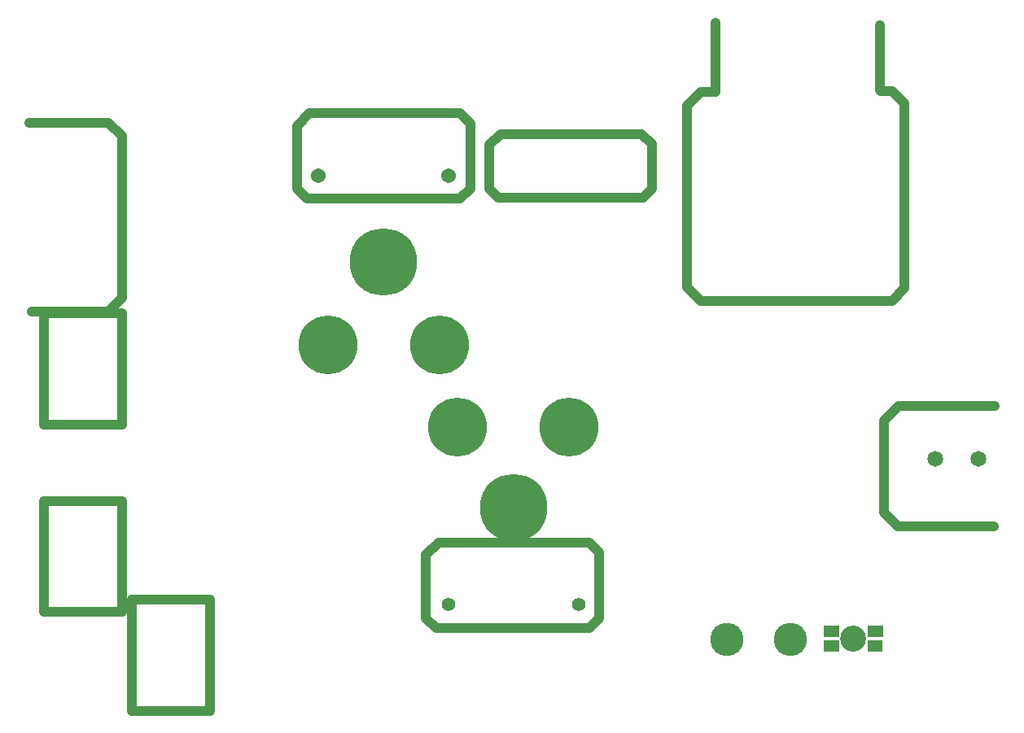
<source format=gbr>
G04 start of page 8 for group -4063 idx -4063 *
G04 Title: (unknown), componentmask *
G04 Creator: pcb 20110918 *
G04 CreationDate: Thu Jan  9 16:43:57 2014 UTC *
G04 For: fosse *
G04 Format: Gerber/RS-274X *
G04 PCB-Dimensions: 550000 850000 *
G04 PCB-Coordinate-Origin: lower left *
%MOIN*%
%FSLAX25Y25*%
%LNTOPMASK*%
%ADD101R,0.0472X0.0472*%
%ADD100R,0.0473X0.0473*%
%ADD99C,0.0400*%
%ADD98C,0.0651*%
%ADD97C,0.1062*%
%ADD96C,0.0554*%
%ADD95C,0.1360*%
%ADD94C,0.2410*%
%ADD93C,0.0604*%
%ADD92C,0.2760*%
G54D92*X186500Y707000D03*
G54D93*X213076Y742206D03*
G54D94*X209350Y673000D03*
X163850D03*
G54D92*X239910Y606240D03*
G54D95*X327110Y552090D03*
X353110D03*
G54D96*X266485Y566444D03*
X213335D03*
G54D97*X379000Y552500D03*
G54D93*X159926Y742206D03*
G54D98*X430327Y626256D03*
X412610D03*
G54D94*X262410Y639240D03*
X216910D03*
G54D99*X203990Y586760D02*X209090Y591860D01*
X203990Y586760D02*X209090Y591860D01*
X270890D02*X274990Y587760D01*
X209090Y591860D02*X270890D01*
X274990Y587760D01*
X209090Y591860D02*X270890D01*
Y556860D02*X274990Y560960D01*
Y587760D02*Y560960D01*
X270890Y556860D02*X274990Y560960D01*
Y587760D02*Y560960D01*
X203990D02*X208090Y556860D01*
X203990Y560960D02*X208090Y556860D01*
X203990Y586760D02*Y560960D01*
Y586760D02*Y560960D01*
X208090Y556860D02*X270890D01*
X208090D02*X270890D01*
X316600Y691000D02*X394900D01*
X400000Y696100D01*
X397600Y648000D02*X437000D01*
X391500Y641900D02*X397600Y648000D01*
X391500Y641900D02*Y604100D01*
X397100Y598500D01*
X436500D01*
X322500Y805000D02*Y776500D01*
X316600D02*X322500D01*
X311200Y771100D02*X316600Y776500D01*
X311000Y770900D02*X316600Y776500D01*
X311000Y770900D02*Y696600D01*
X316600Y691000D01*
X400000Y771900D02*Y696100D01*
X394900Y777000D02*X400000Y771900D01*
X390100Y777000D02*X394900D01*
X390000Y777100D02*X390100Y777000D01*
X390000Y804000D02*Y777100D01*
G54D100*X369354Y555452D02*X370930D01*
G54D101*X369354Y549547D02*X370930D01*
G54D100*X387072Y555452D02*X388646D01*
G54D101*X387071Y549547D02*X388646D01*
G54D99*X217990Y767760D02*X222090Y763660D01*
X151090Y762660D02*Y736860D01*
X156190Y767760D02*X217990D01*
X151090Y762660D02*X156190Y767760D01*
X155190Y732760D02*X217990D01*
X151090Y736860D02*X155190Y732760D01*
X233500Y733200D02*X292800D01*
X234450Y759250D02*X292250D01*
X292800Y733200D02*X296400Y736800D01*
Y755100D02*Y736800D01*
X292250Y759250D02*X296400Y755100D01*
X217990Y732760D02*X222090Y736860D01*
X229900Y736800D02*X233500Y733200D01*
X222090Y763660D02*Y736860D01*
X229900Y754700D02*X234450Y759250D01*
X229900Y754700D02*Y736800D01*
X79500Y758350D02*Y692050D01*
X74100Y686650D02*X79500Y692050D01*
X73900Y686450D02*X79500Y692050D01*
X42500Y686450D02*X73900D01*
X41500Y763950D02*X73900D01*
X79500Y758350D01*
Y685800D02*Y640300D01*
X47500Y685800D02*X79500D01*
X47500Y640300D02*X79500D01*
X47500Y685800D02*Y640300D01*
X115500Y568500D02*Y523000D01*
X83500Y568500D02*Y523000D01*
X115500D01*
X79500Y609000D02*Y563500D01*
X47500D02*X79500D01*
X47500Y609000D02*Y563500D01*
Y609000D02*X79500D01*
X83500Y568500D02*X115500D01*
M02*

</source>
